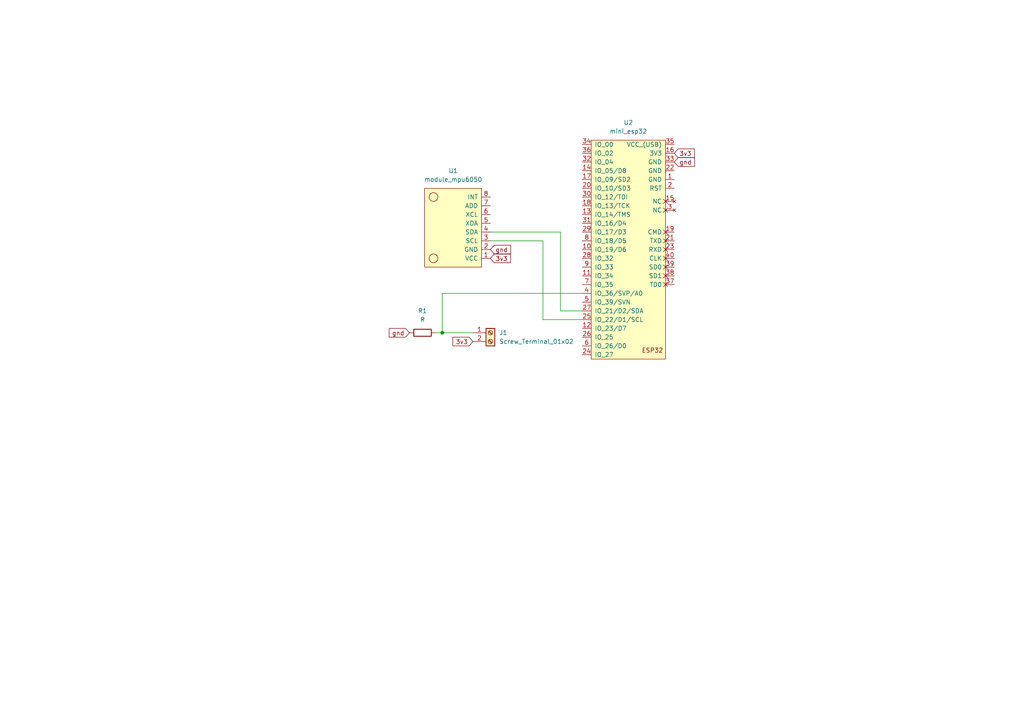
<source format=kicad_sch>
(kicad_sch (version 20211123) (generator eeschema)
  (paper "A4")
  (lib_symbols
    (symbol "Connector:Screw_Terminal_01x02" (pin_names (offset 1.016) hide)
      (property "Reference" "J" (at 0 2.54 0))
      (property "Value" "Screw_Terminal_01x02" (at 0 -5.08 0))
      (symbol "Screw_Terminal_01x02_1_1"
        (rectangle (start -1.27 1.27) (end 1.27 -3.81) (stroke (width 0.254)) (fill (type background)))
        (circle (center 0 -2.54) (radius 0.635) (stroke (width 0.1524)))
        (polyline (pts (xy -0.5334 -2.2098) (xy 0.3302 -3.048)) (stroke (width 0.1524)))
        (polyline (pts (xy -0.5334 0.3302) (xy 0.3302 -0.508)) (stroke (width 0.1524)))
        (polyline (pts (xy -0.3556 -2.032) (xy 0.508 -2.8702)) (stroke (width 0.1524)))
        (polyline (pts (xy -0.3556 0.508) (xy 0.508 -0.3302)) (stroke (width 0.1524)))
        (circle (center 0 0) (radius 0.635) (stroke (width 0.1524)))
        (pin passive line (at -5.08 0 0) (length 3.81) (name "Pin_1") (number "1"))
        (pin passive line (at -5.08 -2.54 0) (length 3.81) (name "Pin_2") (number "2"))
      )
    )
    (symbol "Device:R" (pin_numbers hide) (pin_names (offset 0))
      (property "Reference" "R" (at 2.032 0 90))
      (property "Value" "R" (at 0 0 90))
      (symbol "R_0_1"
        (rectangle (start -1.016 -2.54) (end 1.016 2.54) (stroke (width 0.254)))
      )
      (symbol "R_1_1"
        (pin passive line (at 0 3.81 270) (length 1.27) (name "~") (number "1"))
        (pin passive line (at 0 -3.81 90) (length 1.27) (name "~") (number "2"))
      )
    )
    (symbol "ESP32_mini:mini_esp32" (pin_names (offset 1.016))
      (property "Reference" "U" (at -7.62 -50.8 0))
      (property "Value" "mini_esp32" (at 5.08 -59.69 0))
      (symbol "mini_esp32_0_0"
        (text "ESP32" (at 7.62 -62.23 0) (effects (font (size 1.27 1.27))))
        (pin power_in line (at 13.97 -12.7 180) (length 2.54) (name "GND") (number "1"))
        (pin input line (at 13.97 -15.24 180) (length 2.54) (name "RST") (number "2"))
        (pin no_connect non_logic (at 13.97 -21.59 180) (length 2.54) (name "NC") (number "3"))
        (pin bidirectional line (at -12.7 -45.72 0) (length 2.54) (name "IO_36/SVP/A0") (number "4"))
        (pin bidirectional line (at -12.7 -48.26 0) (length 2.54) (name "IO_39/SVN") (number "5"))
      )
      (symbol "mini_esp32_0_1"
        (rectangle (start -10.16 -1.27) (end 11.43 -64.77) (fill (type background)))
      )
      (symbol "mini_esp32_1_1"
        (pin bidirectional line (at -12.7 -33.02 0) (length 2.54) (name "IO_19/D6") (number "10"))
        (pin bidirectional line (at -12.7 -40.64 0) (length 2.54) (name "IO_34") (number "11"))
        (pin bidirectional line (at -12.7 -55.88 0) (length 2.54) (name "IO_23/D7") (number "12"))
        (pin bidirectional line (at -12.7 -22.86 0) (length 2.54) (name "IO_14/TMS") (number "13"))
        (pin bidirectional line (at -12.7 -10.16 0) (length 2.54) (name "IO_05/D8") (number "14"))
        (pin no_connect non_logic (at 13.97 -19.05 180) (length 2.54) (name "NC") (number "15"))
        (pin power_in line (at 13.97 -5.08 180) (length 2.54) (name "3V3") (number "16"))
        (pin bidirectional line (at -12.7 -12.7 0) (length 2.54) (name "IO_09/SD2") (number "17"))
        (pin bidirectional line (at -12.7 -20.32 0) (length 2.54) (name "IO_13/TCK") (number "18"))
        (pin passive non_logic (at 13.97 -27.94 180) (length 2.54) (name "CMD") (number "19"))
        (pin bidirectional line (at -12.7 -15.24 0) (length 2.54) (name "IO_10/SD3") (number "20"))
        (pin passive non_logic (at 13.97 -30.48 180) (length 2.54) (name "TXD") (number "21"))
        (pin power_in line (at 13.97 -10.16 180) (length 2.54) (name "GND") (number "22"))
        (pin passive non_logic (at 13.97 -33.02 180) (length 2.54) (name "RXD") (number "23"))
        (pin bidirectional line (at -12.7 -63.5 0) (length 2.54) (name "IO_27") (number "24"))
        (pin bidirectional line (at -12.7 -53.34 0) (length 2.54) (name "IO_22/D1/SCL") (number "25"))
        (pin bidirectional line (at -12.7 -58.42 0) (length 2.54) (name "IO_25") (number "26"))
        (pin bidirectional line (at -12.7 -50.8 0) (length 2.54) (name "IO_21/D2/SDA") (number "27"))
        (pin bidirectional line (at -12.7 -35.56 0) (length 2.54) (name "IO_32") (number "28"))
        (pin bidirectional line (at -12.7 -27.94 0) (length 2.54) (name "IO_17/D3") (number "29"))
        (pin bidirectional line (at -12.7 -17.78 0) (length 2.54) (name "IO_12/TDI") (number "30"))
        (pin bidirectional line (at -12.7 -25.4 0) (length 2.54) (name "IO_16/D4") (number "31"))
        (pin bidirectional line (at -12.7 -7.62 0) (length 2.54) (name "IO_04") (number "32"))
        (pin power_in line (at 13.97 -7.62 180) (length 2.54) (name "GND") (number "33"))
        (pin bidirectional line (at -12.7 -2.54 0) (length 2.54) (name "IO_00") (number "34"))
        (pin power_in line (at 13.97 -2.54 180) (length 2.54) (name "VCC_(USB)") (number "35"))
        (pin bidirectional line (at -12.7 -5.08 0) (length 2.54) (name "IO_02") (number "36"))
        (pin passive non_logic (at 13.97 -43.18 180) (length 2.54) (name "TD0") (number "37"))
        (pin passive non_logic (at 13.97 -40.64 180) (length 2.54) (name "SD1") (number "38"))
        (pin passive non_logic (at 13.97 -38.1 180) (length 2.54) (name "SD0") (number "39"))
        (pin passive non_logic (at 13.97 -35.56 180) (length 2.54) (name "CLK") (number "40"))
        (pin bidirectional line (at -12.7 -60.96 0) (length 2.54) (name "IO_26/D0") (number "6"))
        (pin bidirectional line (at -12.7 -43.18 0) (length 2.54) (name "IO_35") (number "7"))
        (pin bidirectional line (at -12.7 -30.48 0) (length 2.54) (name "IO_18/D5") (number "8"))
        (pin bidirectional line (at -12.7 -38.1 0) (length 2.54) (name "IO_33") (number "9"))
      )
    )
    (symbol "usini_sensors:module_mpu6050" (pin_names (offset 1.016))
      (property "Reference" "U" (at 2.54 21.59 0))
      (property "Value" "module_mpu6050" (at 11.43 -3.81 0))
      (symbol "module_mpu6050_0_1"
        (rectangle (start 2.54 20.32) (end 19.05 -2.54) (fill (type background)))
        (circle (center 16.51 0) (radius 1.27))
        (circle (center 16.51 17.78) (radius 1.27))
      )
      (symbol "module_mpu6050_1_1"
        (pin input line (at 0 17.78 0) (length 2.54) (name "VCC") (number "1"))
        (pin input line (at 0 15.24 0) (length 2.54) (name "GND") (number "2"))
        (pin input line (at 0 12.7 0) (length 2.54) (name "SCL") (number "3"))
        (pin input line (at 0 10.16 0) (length 2.54) (name "SDA") (number "4"))
        (pin input line (at 0 7.62 0) (length 2.54) (name "XDA") (number "5"))
        (pin input line (at 0 5.08 0) (length 2.54) (name "XCL") (number "6"))
        (pin input line (at 0 2.54 0) (length 2.54) (name "ADD") (number "7"))
        (pin input line (at 0 0 0) (length 2.54) (name "INT") (number "8"))
      )
    )
  )
  (junction (at 128.27 96.52))
  (wire (pts (xy 128.27 96.52) (xy 137.16 96.52)))
  (wire (pts (xy 142.24 67.31) (xy 162.56 67.31)))
  (wire (pts (xy 157.48 69.85) (xy 157.48 92.71)))
  (wire (pts (xy 162.56 90.17) (xy 168.91 90.17)))
  (wire (pts (xy 168.91 85.09) (xy 128.27 85.09)))
  (wire (pts (xy 162.56 67.31) (xy 162.56 90.17)))
  (wire (pts (xy 157.48 92.71) (xy 168.91 92.71)))
  (wire (pts (xy 128.27 85.09) (xy 128.27 96.52)))
  (wire (pts (xy 126.365 96.52) (xy 128.27 96.52)))
  (wire (pts (xy 142.24 69.85) (xy 157.48 69.85)))
  (global_label "3v3" (shape input) (at 195.58 44.45 0) (property "Intersheet References" "${INTERSHEET_REFS}" (effects hide)))
  (global_label "3v3" (shape input) (at 137.16 99.06 180) (property "Intersheet References" "${INTERSHEET_REFS}" (effects hide)))
  (global_label "3v3" (shape input) (at 142.24 74.93 0) (property "Intersheet References" "${INTERSHEET_REFS}" (effects hide)))
  (global_label "gnd" (shape input) (at 142.24 72.39 0) (property "Intersheet References" "${INTERSHEET_REFS}" (effects hide)))
  (global_label "gnd" (shape input) (at 195.58 46.99 0) (property "Intersheet References" "${INTERSHEET_REFS}" (effects hide)))
  (global_label "gnd" (shape input) (at 118.745 96.52 180) (property "Intersheet References" "${INTERSHEET_REFS}" (effects hide)))
  (symbol (lib_id "ESP32_mini:mini_esp32") (at 181.61 39.37 0) (unit 1)
    (property "Reference" "U2" (at 182.245 35.56 0))
    (property "Value" "mini_esp32" (at 182.245 38.1 0))
    (property "Footprint" "ESP32_mini:ESP32_mini" (effects hide))
  )
  (symbol (lib_id "Connector:Screw_Terminal_01x02") (at 142.24 96.52 0) (unit 1)
    (property "Reference" "J1" (at 144.78 96.5199 0) (effects (justify left)))
    (property "Value" "Screw_Terminal_01x02" (at 144.78 99.0599 0) (effects (justify left)))
    (property "Footprint" "Connector_Phoenix_MSTB:PhoenixContact_MSTBA_2,5_2-G-5,08_1x02_P5.08mm_Horizontal" (effects hide))
  )
  (symbol (lib_id "Device:R") (at 122.555 96.52 90) (unit 1)
    (property "Reference" "R1" (at 122.555 90.17 90))
    (property "Value" "R" (at 122.555 92.71 90))
    (property "Footprint" "Resistor_THT:R_Axial_DIN0207_L6.3mm_D2.5mm_P10.16mm_Horizontal" (effects hide))
  )
  (symbol (lib_id "usini_sensors:module_mpu6050") (at 142.24 57.15 180) (unit 1)
    (property "Reference" "U1" (at 131.445 49.53 0))
    (property "Value" "module_mpu6050" (at 131.445 52.07 0))
    (property "Footprint" "usini_sensors:module_mpu6050" (effects hide))
  )
)
</source>
